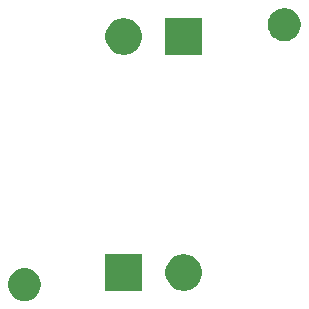
<source format=gbr>
G04 #@! TF.GenerationSoftware,KiCad,Pcbnew,5.1.4-e60b266~84~ubuntu18.04.1*
G04 #@! TF.CreationDate,2019-08-12T18:19:12+05:30*
G04 #@! TF.ProjectId,XHP70.2_breakout,58485037-302e-4325-9f62-7265616b6f75,rev?*
G04 #@! TF.SameCoordinates,Original*
G04 #@! TF.FileFunction,Soldermask,Bot*
G04 #@! TF.FilePolarity,Negative*
%FSLAX46Y46*%
G04 Gerber Fmt 4.6, Leading zero omitted, Abs format (unit mm)*
G04 Created by KiCad (PCBNEW 5.1.4-e60b266~84~ubuntu18.04.1) date 2019-08-12 18:19:12*
%MOMM*%
%LPD*%
G04 APERTURE LIST*
%ADD10C,0.100000*%
G04 APERTURE END LIST*
D10*
G36*
X89318433Y-109634893D02*
G01*
X89408657Y-109652839D01*
X89514267Y-109696585D01*
X89663621Y-109758449D01*
X89663622Y-109758450D01*
X89893086Y-109911772D01*
X90088228Y-110106914D01*
X90190675Y-110260237D01*
X90241551Y-110336379D01*
X90347161Y-110591344D01*
X90401000Y-110862012D01*
X90401000Y-111137988D01*
X90347161Y-111408656D01*
X90241551Y-111663621D01*
X90241550Y-111663622D01*
X90088228Y-111893086D01*
X89893086Y-112088228D01*
X89739763Y-112190675D01*
X89663621Y-112241551D01*
X89514267Y-112303415D01*
X89408657Y-112347161D01*
X89318433Y-112365107D01*
X89137988Y-112401000D01*
X88862012Y-112401000D01*
X88681567Y-112365107D01*
X88591343Y-112347161D01*
X88485733Y-112303415D01*
X88336379Y-112241551D01*
X88260237Y-112190675D01*
X88106914Y-112088228D01*
X87911772Y-111893086D01*
X87758450Y-111663622D01*
X87758449Y-111663621D01*
X87652839Y-111408656D01*
X87599000Y-111137988D01*
X87599000Y-110862012D01*
X87652839Y-110591344D01*
X87758449Y-110336379D01*
X87809325Y-110260237D01*
X87911772Y-110106914D01*
X88106914Y-109911772D01*
X88336378Y-109758450D01*
X88336379Y-109758449D01*
X88485733Y-109696585D01*
X88591343Y-109652839D01*
X88681567Y-109634893D01*
X88862012Y-109599000D01*
X89137988Y-109599000D01*
X89318433Y-109634893D01*
X89318433Y-109634893D01*
G37*
G36*
X102791585Y-108460802D02*
G01*
X102941410Y-108490604D01*
X103223674Y-108607521D01*
X103477705Y-108777259D01*
X103693741Y-108993295D01*
X103863479Y-109247326D01*
X103980396Y-109529590D01*
X104040000Y-109829240D01*
X104040000Y-110134760D01*
X103980396Y-110434410D01*
X103863479Y-110716674D01*
X103693741Y-110970705D01*
X103477705Y-111186741D01*
X103223674Y-111356479D01*
X102941410Y-111473396D01*
X102791585Y-111503198D01*
X102641761Y-111533000D01*
X102336239Y-111533000D01*
X102186415Y-111503198D01*
X102036590Y-111473396D01*
X101754326Y-111356479D01*
X101500295Y-111186741D01*
X101284259Y-110970705D01*
X101114521Y-110716674D01*
X100997604Y-110434410D01*
X100938000Y-110134760D01*
X100938000Y-109829240D01*
X100997604Y-109529590D01*
X101114521Y-109247326D01*
X101284259Y-108993295D01*
X101500295Y-108777259D01*
X101754326Y-108607521D01*
X102036590Y-108490604D01*
X102186415Y-108460802D01*
X102336239Y-108431000D01*
X102641761Y-108431000D01*
X102791585Y-108460802D01*
X102791585Y-108460802D01*
G37*
G36*
X98960000Y-111533000D02*
G01*
X95858000Y-111533000D01*
X95858000Y-108431000D01*
X98960000Y-108431000D01*
X98960000Y-111533000D01*
X98960000Y-111533000D01*
G37*
G36*
X104040000Y-91551000D02*
G01*
X100938000Y-91551000D01*
X100938000Y-88449000D01*
X104040000Y-88449000D01*
X104040000Y-91551000D01*
X104040000Y-91551000D01*
G37*
G36*
X97711585Y-88478802D02*
G01*
X97861410Y-88508604D01*
X98143674Y-88625521D01*
X98397705Y-88795259D01*
X98613741Y-89011295D01*
X98783479Y-89265326D01*
X98900396Y-89547590D01*
X98960000Y-89847240D01*
X98960000Y-90152760D01*
X98900396Y-90452410D01*
X98783479Y-90734674D01*
X98613741Y-90988705D01*
X98397705Y-91204741D01*
X98143674Y-91374479D01*
X97861410Y-91491396D01*
X97711585Y-91521198D01*
X97561761Y-91551000D01*
X97256239Y-91551000D01*
X97106415Y-91521198D01*
X96956590Y-91491396D01*
X96674326Y-91374479D01*
X96420295Y-91204741D01*
X96204259Y-90988705D01*
X96034521Y-90734674D01*
X95917604Y-90452410D01*
X95858000Y-90152760D01*
X95858000Y-89847240D01*
X95917604Y-89547590D01*
X96034521Y-89265326D01*
X96204259Y-89011295D01*
X96420295Y-88795259D01*
X96674326Y-88625521D01*
X96956590Y-88508604D01*
X97106415Y-88478802D01*
X97256239Y-88449000D01*
X97561761Y-88449000D01*
X97711585Y-88478802D01*
X97711585Y-88478802D01*
G37*
G36*
X111318433Y-87634893D02*
G01*
X111408657Y-87652839D01*
X111514267Y-87696585D01*
X111663621Y-87758449D01*
X111663622Y-87758450D01*
X111893086Y-87911772D01*
X112088228Y-88106914D01*
X112190675Y-88260237D01*
X112241551Y-88336379D01*
X112347161Y-88591344D01*
X112401000Y-88862012D01*
X112401000Y-89137988D01*
X112347161Y-89408656D01*
X112241551Y-89663621D01*
X112241550Y-89663622D01*
X112088228Y-89893086D01*
X111893086Y-90088228D01*
X111796506Y-90152760D01*
X111663621Y-90241551D01*
X111514267Y-90303415D01*
X111408657Y-90347161D01*
X111318433Y-90365107D01*
X111137988Y-90401000D01*
X110862012Y-90401000D01*
X110681567Y-90365107D01*
X110591343Y-90347161D01*
X110485733Y-90303415D01*
X110336379Y-90241551D01*
X110203494Y-90152760D01*
X110106914Y-90088228D01*
X109911772Y-89893086D01*
X109758450Y-89663622D01*
X109758449Y-89663621D01*
X109652839Y-89408656D01*
X109599000Y-89137988D01*
X109599000Y-88862012D01*
X109652839Y-88591344D01*
X109758449Y-88336379D01*
X109809325Y-88260237D01*
X109911772Y-88106914D01*
X110106914Y-87911772D01*
X110336378Y-87758450D01*
X110336379Y-87758449D01*
X110485733Y-87696585D01*
X110591343Y-87652839D01*
X110681567Y-87634893D01*
X110862012Y-87599000D01*
X111137988Y-87599000D01*
X111318433Y-87634893D01*
X111318433Y-87634893D01*
G37*
M02*

</source>
